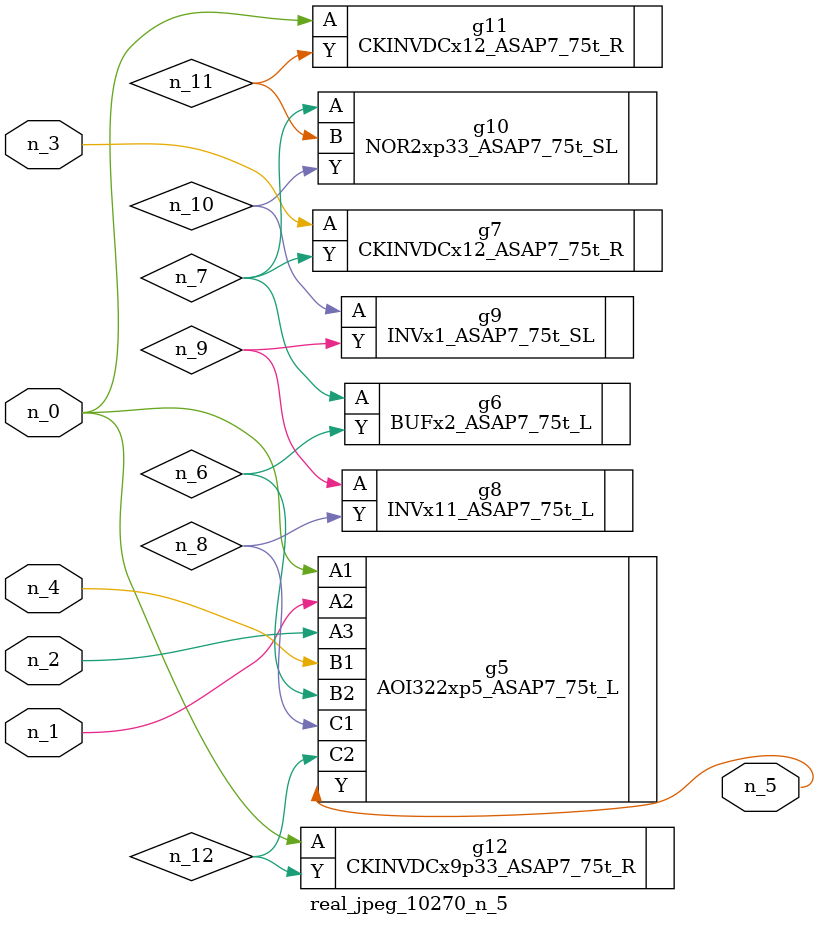
<source format=v>
module real_jpeg_10270_n_5 (n_4, n_0, n_1, n_2, n_3, n_5);

input n_4;
input n_0;
input n_1;
input n_2;
input n_3;

output n_5;

wire n_12;
wire n_8;
wire n_11;
wire n_6;
wire n_7;
wire n_10;
wire n_9;

AOI322xp5_ASAP7_75t_L g5 ( 
.A1(n_0),
.A2(n_1),
.A3(n_2),
.B1(n_4),
.B2(n_6),
.C1(n_8),
.C2(n_12),
.Y(n_5)
);

CKINVDCx12_ASAP7_75t_R g11 ( 
.A(n_0),
.Y(n_11)
);

CKINVDCx9p33_ASAP7_75t_R g12 ( 
.A(n_0),
.Y(n_12)
);

CKINVDCx12_ASAP7_75t_R g7 ( 
.A(n_3),
.Y(n_7)
);

BUFx2_ASAP7_75t_L g6 ( 
.A(n_7),
.Y(n_6)
);

NOR2xp33_ASAP7_75t_SL g10 ( 
.A(n_7),
.B(n_11),
.Y(n_10)
);

INVx11_ASAP7_75t_L g8 ( 
.A(n_9),
.Y(n_8)
);

INVx1_ASAP7_75t_SL g9 ( 
.A(n_10),
.Y(n_9)
);


endmodule
</source>
